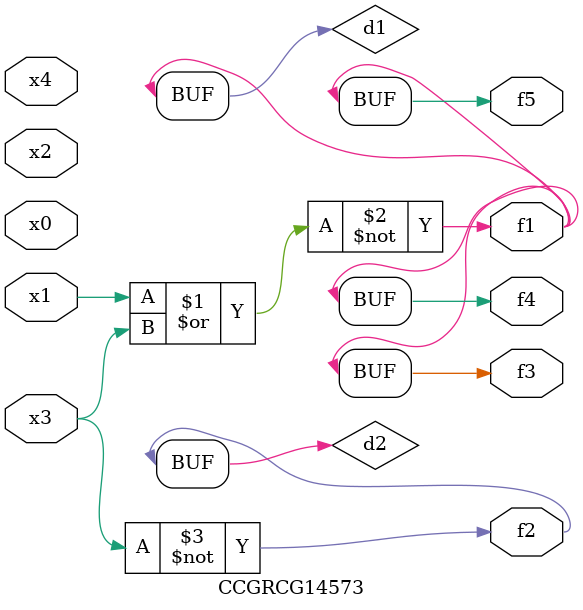
<source format=v>
module CCGRCG14573(
	input x0, x1, x2, x3, x4,
	output f1, f2, f3, f4, f5
);

	wire d1, d2;

	nor (d1, x1, x3);
	not (d2, x3);
	assign f1 = d1;
	assign f2 = d2;
	assign f3 = d1;
	assign f4 = d1;
	assign f5 = d1;
endmodule

</source>
